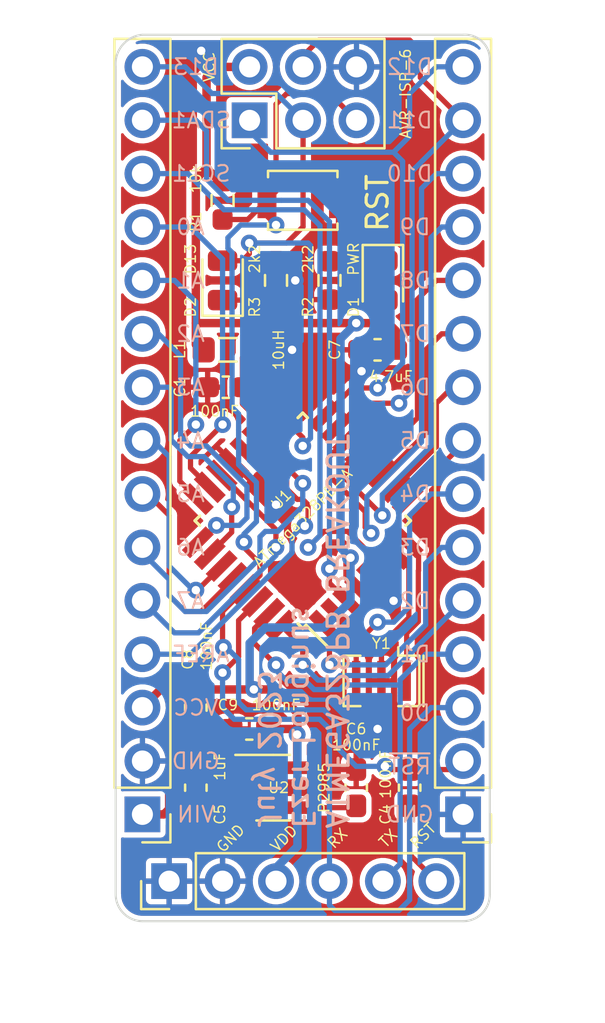
<source format=kicad_pcb>
(kicad_pcb (version 20211014) (generator pcbnew)
  (layers (0 "F.Cu" signal) (31 "B.Cu" signal) (34 "B.Paste" user) (35 "F.Paste" user) (36 "B.SilkS" user "B.Silkscreen") (37 "F.SilkS" user "F.Silkscreen") (38 "B.Mask" user) (39 "F.Mask" user) (44 "Edge.Cuts" user))
  (net 0 "")
  (net 1 "GND")
  (net 2 "VDDA")
  (net 3 "Net-(U1-Pad7)")
  (net 4 "Net-(U1-Pad8)")
  (net 5 "VDD")
  (net 6 "D{slash}R")
  (net 7 "VCC")
  (net 8 "Net-(C6-Pad2)")
  (net 9 "D12")
  (net 10 "D13")
  (net 11 "D11")
  (net 12 "~{RST}")
  (net 13 "AREF")
  (net 14 "A07")
  (net 15 "A06")
  (net 16 "A05")
  (net 17 "A04")
  (net 18 "A03")
  (net 19 "A02")
  (net 20 "A01")
  (net 21 "A00")
  (net 22 "SCL1")
  (net 23 "SDA1")
  (net 24 "D00")
  (net 25 "D01")
  (net 26 "D02")
  (net 27 "D03")
  (net 28 "D04")
  (net 29 "D05")
  (net 30 "D06")
  (net 31 "D07")
  (net 32 "D08")
  (net 33 "D09")
  (net 34 "D10")
  (net 35 "Net-(D1-Pad1)")
  (net 36 "Net-(D2-Pad1)")
  (footprint "Crystal:Resonator_SMD_Murata_CSTxExxV-3Pin_3.0x1.1mm" (layer "F.Cu") (at 109.15 77.47 180)
    (fp_text reference "Y1")
    (fp_text value "16MHz")
  )
  (footprint "Package_QFP:TQFP-32_7x7mm_P0.8mm" (layer "F.Cu") (at 105.41 69.85 135)
    (fp_text reference "U1")
    (fp_text value "ATmega328PB-A")
  )
  (footprint "LED_SMD:LED_0805_2012Metric" (layer "F.Cu") (at 101.6 58.42 90)
    (fp_text reference "D2")
    (fp_text value "D13")
  )
  (footprint "Button_Switch_SMD:SW_SPST_B3U-1000P" (layer "F.Cu") (at 105.41 54.61)
    (fp_text reference "SW1")
    (fp_text value "SW_Push")
  )
  (footprint "Package_TO_SOT_SMD:SOT-23-5" (layer "F.Cu") (at 104.0075 82.55)
    (fp_text reference "U2")
    (fp_text value "LP2985-5.0")
  )
  (footprint "Connector_PinHeader_2.54mm:PinHeader_2x03_P2.54mm_Vertical" (layer "F.Cu") (at 102.885 50.805 90)
    (fp_text reference "J1")
    (fp_text value "AVR-ISP-6")
  )
  (footprint "LED_SMD:LED_0805_2012Metric" (layer "F.Cu") (at 109.22 58.42 -90)
    (fp_text reference "D1")
    (fp_text value "PWR")
  )
  (footprint "Capacitor_SMD:C_0603_1608Metric_Pad1.08x0.95mm_HandSolder" (layer "F.Cu") (at 108.966 61.722)
    (fp_text reference "C7")
    (fp_text value "4.7uF")
  )
  (footprint "Resistor_SMD:R_0603_1608Metric_Pad0.98x0.95mm_HandSolder" (layer "F.Cu") (at 104.14 58.42 90)
    (fp_text reference "R3")
    (fp_text value "2k2")
  )
  (footprint "Capacitor_SMD:C_0603_1608Metric_Pad1.08x0.95mm_HandSolder" (layer "F.Cu") (at 107.95 82.55 -90)
    (fp_text reference "C6")
    (fp_text value "100nF")
  )
  (footprint "Capacitor_SMD:C_0603_1608Metric_Pad1.08x0.95mm_HandSolder" (layer "F.Cu") (at 100.33 78.74 90)
    (fp_text reference "C8")
    (fp_text value "100nF")
  )
  (footprint "Resistor_SMD:R_0603_1608Metric_Pad0.98x0.95mm_HandSolder" (layer "F.Cu") (at 106.68 58.42 -90)
    (fp_text reference "R2")
    (fp_text value "2k2")
  )
  (footprint "Inductor_SMD:L_0805_2012Metric_Pad1.05x1.20mm_HandSolder" (layer "F.Cu") (at 101.854 61.722)
    (fp_text reference "L1")
    (fp_text value "10uH")
  )
  (footprint "Capacitor_SMD:C_0603_1608Metric_Pad1.08x0.95mm_HandSolder" (layer "F.Cu") (at 102.87 79.756)
    (fp_text reference "C9")
    (fp_text value "100nF")
  )
  (footprint "Capacitor_SMD:C_0603_1608Metric_Pad1.08x0.95mm_HandSolder" (layer "F.Cu") (at 100.33 82.55 90)
    (fp_text reference "C5")
    (fp_text value "1uF")
  )
  (footprint "Capacitor_SMD:C_0603_1608Metric_Pad1.08x0.95mm_HandSolder" (layer "F.Cu") (at 110.49 82.55 90)
    (fp_text reference "C4")
    (fp_text value "100nF")
  )
  (footprint "Connector_PinHeader_2.54mm:PinHeader_1x15_P2.54mm_Vertical" (layer "F.Cu") (at 113.03 83.82 180)
    (fp_text reference "J3")
    (fp_text value "Conn_01x15_Male")
  )
  (footprint "Resistor_SMD:R_0603_1608Metric_Pad0.98x0.95mm_HandSolder" (layer "F.Cu") (at 101.6 54.61 -90)
    (fp_text reference "R1")
    (fp_text value "10k")
  )
  (footprint "Connector_PinHeader_2.54mm:PinHeader_1x06_P2.54mm_Vertical" (layer "F.Cu") (at 99.06 86.995 90)
    (fp_text reference "J4")
    (fp_text value "Conn_01x06_Male")
  )
  (footprint "Capacitor_SMD:C_0603_1608Metric_Pad1.08x0.95mm_HandSolder" (layer "F.Cu") (at 101.7535 63.5)
    (fp_text reference "C1")
    (fp_text value "100nF")
  )
  (footprint "Connector_PinHeader_2.54mm:PinHeader_1x15_P2.54mm_Vertical" (layer "F.Cu") (at 97.79 83.82 180)
    (fp_text reference "J2")
    (fp_text value "Conn_01x15_Male")
  )
  (gr_line (start 97.79 46.736) (end 113.03 46.736) (layer "Edge.Cuts") (width 0.1))
  (gr_line (start 114.3 48.006) (end 114.3 87.63) (layer "Edge.Cuts") (width 0.1))
  (gr_line (start 113.03 88.9) (end 97.79 88.9) (layer "Edge.Cuts") (width 0.1))
  (gr_arc (start 97.79 88.9) (mid 96.894577 88.525423) (end 96.52 87.63) (layer "Edge.Cuts") (width 0.1))
  (gr_arc (start 114.3 87.63) (mid 113.930401 88.530401) (end 113.03 88.9) (layer "Edge.Cuts") (width 0.1))
  (gr_line (start 96.52 87.63) (end 96.52 48.26) (layer "Edge.Cuts") (width 0.1))
  (gr_arc (start 113.03 46.736) (mid 113.957835 47.078164) (end 114.3 48.006) (layer "Edge.Cuts") (width 0.1))
  (gr_arc (start 96.52 48.26) (mid 96.835898 47.232083) (end 97.79 46.736) (layer "Edge.Cuts") (width 0.1))
  (gr_text "D3" (at 110.744 71.12) (layer "B.SilkS") (effects (font (size 0.75 0.75) (thickness 0.1)) (justify mirror)))
  (gr_text "D4" (at 110.744 68.58) (layer "B.SilkS") (effects (font (size 0.75 0.75) (thickness 0.1)) (justify mirror)))
  (gr_text "A4" (at 100.076 66.04) (layer "B.SilkS") (effects (font (size 0.75 0.75) (thickness 0.1)) (justify mirror)))
  (gr_text "D6" (at 110.744 63.5) (layer "B.SilkS") (effects (font (size 0.75 0.75) (thickness 0.1)) (justify mirror)))
  (gr_text "A5" (at 100.076 68.58) (layer "B.SilkS") (effects (font (size 0.75 0.75) (thickness 0.1)) (justify mirror)))
  (gr_text "GND" (at 100.33 81.28) (layer "B.SilkS") (effects (font (size 0.75 0.75) (thickness 0.1)) (justify mirror)))
  (gr_text "SCL1" (at 100.584 53.34) (layer "B.SilkS") (effects (font (size 0.75 0.75) (thickness 0.1)) (justify mirror)))
  (gr_text "A6" (at 100.076 71.12) (layer "B.SilkS") (effects (font (size 0.75 0.75) (thickness 0.1)) (justify mirror)))
  (gr_text "~{RST}" (at 110.49 81.534) (layer "B.SilkS") (effects (font (size 0.75 0.75) (thickness 0.1)) (justify mirror)))
  (gr_text "D1" (at 110.744 76.2) (layer "B.SilkS") (effects (font (size 0.75 0.75) (thickness 0.1)) (justify mirror)))
  (gr_text "D7" (at 110.744 60.96) (layer "B.SilkS") (effects (font (size 0.75 0.75) (thickness 0.1)) (justify mirror)))
  (gr_text "D9" (at 110.744 55.88) (layer "B.SilkS") (effects (font (size 0.75 0.75) (thickness 0.1)) (justify mirror)))
  (gr_text "ATMEGA328PB BREAKOUT\nEzer Longinus\nJuly 2023" (at 105.41 84.582 270) (layer "B.SilkS") (effects (font (size 1 1)) (justify left mirror)))
  (gr_text "D5" (at 110.744 66.04) (layer "B.SilkS") (effects (font (size 0.75 0.75) (thickness 0.1)) (justify mirror)))
  (gr_text "D11" (at 110.49 50.8) (layer "B.SilkS") (effects (font (size 0.75 0.75) (thickness 0.1)) (justify mirror)))
  (gr_text "D10" (at 110.49 53.34) (layer "B.SilkS") (effects (font (size 0.75 0.75) (thickness 0.1)) (justify mirror)))
  (gr_text "D0" (at 110.744 78.994) (layer "B.SilkS") (effects (font (size 0.75 0.75) (thickness 0.1)) (justify mirror)))
  (gr_text "SDA1" (at 100.584 50.8) (layer "B.SilkS") (effects (font (size 0.75 0.75) (thickness 0.1)) (justify mirror)))
  (gr_text "A1" (at 100.076 58.42) (layer "B.SilkS") (effects (font (size 0.75 0.75) (thickness 0.1)) (justify mirror)))
  (gr_text "A3" (at 100.076 63.5) (layer "B.SilkS") (effects (font (size 0.75 0.75) (thickness 0.1)) (justify mirror)))
  (gr_text "D12" (at 110.49 48.26) (layer "B.SilkS") (effects (font (size 0.75 0.75) (thickness 0.1)) (justify mirror)))
  (gr_text "A7" (at 100.076 73.66) (layer "B.SilkS") (effects (font (size 0.75 0.75) (thickness 0.1)) (justify mirror)))
  (gr_text "VCC" (at 100.33 78.74) (layer "B.SilkS") (effects (font (size 0.75 0.75) (thickness 0.1)) (justify mirror)))
  (gr_text "D13" (at 100.33 48.26) (layer "B.SilkS") (effects (font (size 0.75 0.75) (thickness 0.1)) (justify mirror)))
  (gr_text "AREF" (at 100.584 76.2) (layer "B.SilkS") (effects (font (size 0.75 0.75) (thickness 0.1)) (justify mirror)))
  (gr_text "GND" (at 110.49 83.82) (layer "B.SilkS") (effects (font (size 0.75 0.75) (thickness 0.1)) (justify mirror)))
  (gr_text "A2" (at 100.076 60.96) (layer "B.SilkS") (effects (font (size 0.75 0.75) (thickness 0.1)) (justify mirror)))
  (gr_text "D2" (at 110.744 73.66) (layer "B.SilkS") (effects (font (size 0.75 0.75) (thickness 0.1)) (justify mirror)))
  (gr_text "A0" (at 100.076 55.88) (layer "B.SilkS") (effects (font (size 0.75 0.75) (thickness 0.1)) (justify mirror)))
  (gr_text "D8" (at 110.744 58.42) (layer "B.SilkS") (effects (font (size 0.75 0.75) (thickness 0.1)) (justify mirror)))
  (gr_text "VIN" (at 100.33 83.82) (layer "B.SilkS") (effects (font (size 0.75 0.75) (thickness 0.1)) (justify mirror)))
  (gr_text "P2985" (at 106.426 82.55 90) (layer "F.SilkS") (effects (font (size 0.5 0.5) (thickness 0.07))))
  (gr_text "RST" (at 111.125 84.836 45) (layer "F.SilkS") (effects (font (size 0.5 0.5) (thickness 0.07))))
  (gr_text "GND" (at 101.981 84.963 45) (layer "F.SilkS") (effects (font (size 0.5 0.5) (thickness 0.07))))
  (gr_text "RST" (at 108.966 54.737 90) (layer "F.SilkS") (effects (font (size 1 1))))
  (gr_text "RX" (at 107.061 84.963 45) (layer "F.SilkS") (effects (font (size 0.5 0.5) (thickness 0.07))))
  (gr_text "VDD" (at 104.521 84.963 45) (layer "F.SilkS") (effects (font (size 0.5 0.5) (thickness 0.07))))
  (gr_text "TX" (at 109.474 84.963 45) (layer "F.SilkS") (effects (font (size 0.5 0.5) (thickness 0.07))))
  (gr_text "VCC" (at 100.965 48.26 90) (layer "F.SilkS") (effects (font (size 0.5 0.5) (thickness 0.07))))
  (segment (start 108.204 61.8225) (end 108.1035 61.722) (width 0.25) (layer "F.Cu") (net 1))
  (segment (start 108.204 62.738) (end 108.204 61.8225) (width 0.25) (layer "F.Cu") (net 1))
  (segment (start 108.1035 61.722) (end 104.902 61.722) (width 0.25) (layer "F.Cu") (net 1))
  (segment (start 108.698047 72.572361) (end 109.474 73.348314) (width 0.25) (layer "F.Cu") (net 1))
  (via (at 108.966 79.756) (size 0.8) (drill 0.4) (layers "F.Cu" "B.Cu") (net 1))
  (via (at 108.204 62.738) (size 0.8) (drill 0.4) (layers "F.Cu" "B.Cu") (net 1))
  (via (at 109.728 73.66) (size 0.8) (drill 0.4) (layers "F.Cu" "B.Cu") (net 1))
  (via (at 104.14 69.088) (size 0.8) (drill 0.4) (layers "F.Cu" "B.Cu") (net 1))
  (via (at 100.584 47.498) (size 0.8) (drill 0.4) (layers "F.Cu" "B.Cu") (net 1))
  (via (at 104.902 61.722) (size 0.8) (drill 0.4) (layers "F.Cu" "B.Cu") (net 1))
  (via (at 105.0555 58.42) (size 0.8) (drill 0.4) (layers "F.Cu" "B.Cu") (net 1))
  (segment (start 105.156 61.468) (end 105.33 61.294) (width 0.25) (layer "B.Cu") (net 1))
  (segment (start 109.728 73.66) (end 108.462653 72.394653) (width 0.25) (layer "B.Cu") (net 1))
  (segment (start 107.73 63.212) (end 108.204 62.738) (width 0.25) (layer "B.Cu") (net 1))
  (segment (start 108.462653 72.394653) (end 108.462653 71.369347) (width 0.25) (layer "B.Cu") (net 1))
  (segment (start 107.73 70.636695) (end 107.73 63.212) (width 0.25) (layer "B.Cu") (net 1))
  (segment (start 105.33 61.294) (end 105.33 60.452) (width 0.25) (layer "B.Cu") (net 1))
  (segment (start 105.33 58.6945) (end 105.0555 58.42) (width 0.25) (layer "B.Cu") (net 1))
  (segment (start 108.462653 71.369347) (end 107.73 70.636695) (width 0.25) (layer "B.Cu") (net 1))
  (segment (start 104.902 61.722) (end 105.156 61.468) (width 0.25) (layer "B.Cu") (net 1))
  (segment (start 105.33 60.452) (end 105.33 58.6945) (width 0.25) (layer "B.Cu") (net 1))
  (segment (start 103.124 64.735573) (end 103.81901 65.430583) (width 0.4) (layer "F.Cu") (net 2))
  (segment (start 103.089573 64.735573) (end 102.616 64.262) (width 0.4) (layer "F.Cu") (net 2))
  (segment (start 102.616 62.11) (end 103.004 61.722) (width 0.4) (layer "F.Cu") (net 2))
  (segment (start 103.124 64.735573) (end 103.089573 64.735573) (width 0.4) (layer "F.Cu") (net 2))
  (segment (start 102.616 63.5) (end 102.616 62.11) (width 0.4) (layer "F.Cu") (net 2))
  (segment (start 102.616 64.262) (end 102.616 63.5) (width 0.4) (layer "F.Cu") (net 2))
  (segment (start 107.95 76.2) (end 108.458 75.692) (width 0.25) (layer "F.Cu") (net 3))
  (segment (start 107.95 77.47) (end 107.95 76.2) (width 0.25) (layer "F.Cu") (net 3))
  (segment (start 108.458 75.692) (end 109.22 75.692) (width 0.25) (layer "F.Cu") (net 3))
  (segment (start 109.22 75.692) (end 110.453 74.459) (width 0.25) (layer "F.Cu") (net 3))
  (segment (start 110.453 72.064573) (end 109.829417 71.44099) (width 0.25) (layer "F.Cu") (net 3))
  (segment (start 110.453 74.459) (end 110.453 72.064573) (width 0.25) (layer "F.Cu") (net 3))
  (segment (start 110.395103 70.875305) (end 110.499305 70.875305) (width 0.25) (layer "F.Cu") (net 4))
  (segment (start 110.499305 70.875305) (end 110.914557 71.290557) (width 0.25) (layer "F.Cu") (net 4))
  (segment (start 110.914557 71.394759) (end 110.395103 70.875305) (width 0.25) (layer "F.Cu") (net 4))
  (segment (start 110.914557 72.219443) (end 110.914557 71.394759) (width 0.25) (layer "F.Cu") (net 4))
  (segment (start 110.35 75.198396) (end 110.35 77.47) (width 0.25) (layer "F.Cu") (net 4))
  (segment (start 110.903 74.645396) (end 110.35 75.198396) (width 0.25) (layer "F.Cu") (net 4))
  (segment (start 110.903 72.231) (end 110.914557 72.219443) (width 0.25) (layer "F.Cu") (net 4))
  (segment (start 110.903 72.231) (end 110.903 74.645396) (width 0.25) (layer "F.Cu") (net 4))
  (segment (start 100.33 60.452) (end 107.95 60.452) (width 0.4) (layer "F.Cu") (net 5))
  (segment (start 108.132361 73.138047) (end 107.537907 72.543593) (width 0.4) (layer "F.Cu") (net 5))
  (segment (start 109.8285 60.8065) (end 109.8285 61.722) (width 0.4) (layer "F.Cu") (net 5))
  (segment (start 103.7325 79.756) (end 104.88 79.756) (width 0.4) (layer "F.Cu") (net 5))
  (segment (start 100.33 53.594) (end 100.838 53.086) (width 0.4) (layer "F.Cu") (net 5))
  (segment (start 100.838 53.086) (end 100.838 48.768) (width 0.4) (layer "F.Cu") (net 5))
  (segment (start 109.474 60.452) (end 109.8285 60.8065) (width 0.4) (layer "F.Cu") (net 5))
  (segment (start 107.537907 72.543593) (end 107.537907 71.753307) (width 0.4) (layer "F.Cu") (net 5))
  (segment (start 107.95 60.452) (end 109.22 60.452) (width 0.4) (layer "F.Cu") (net 5))
  (segment (start 107.537907 71.753307) (end 107.679607 71.611607) (width 0.4) (layer "F.Cu") (net 5))
  (segment (start 104.88 79.756) (end 105.145 80.021) (width 0.4) (layer "F.Cu") (net 5))
  (segment (start 100.704 61.722) (end 100.584 61.722) (width 0.4) (layer "F.Cu") (net 5))
  (segment (start 101.6 53.6975) (end 101.4495 53.6975) (width 0.4) (layer "F.Cu") (net 5))
  (segment (start 98.6525 77.8775) (end 97.79 78.74) (width 0.4) (layer "F.Cu") (net 5))
  (segment (start 101.4495 53.6975) (end 100.838 53.086) (width 0.4) (layer "F.Cu") (net 5))
  (segment (start 105.156 80.01) (end 105.156 78.994) (width 0.4) (layer "F.Cu") (net 5))
  (segment (start 105.156 78.994) (end 104.0395 77.8775) (width 0.4) (layer "F.Cu") (net 5))
  (segment (start 100.838 48.768) (end 101.346 48.26) (width 0.4) (layer "F.Cu") (net 5))
  (segment (start 103.4785 77.8775) (end 100.33 77.8775) (width 0.4) (layer "F.Cu") (net 5))
  (segment (start 100.33 77.8775) (end 98.6525 77.8775) (width 0.4) (layer "F.Cu") (net 5))
  (segment (start 100.584 61.722) (end 100.33 61.468) (width 0.4) (layer "F.Cu") (net 5))
  (segment (start 105.156 80.01) (end 105.145 80.021) (width 0.4) (layer "F.Cu") (net 5))
  (segment (start 101.351 48.265) (end 102.885 48.265) (width 0.4) (layer "F.Cu") (net 5))
  (segment (start 104.0395 77.8775) (end 103.4785 77.8775) (width 0.4) (layer "F.Cu") (net 5))
  (segment (start 100.33 60.452) (end 100.33 53.594) (width 0.4) (layer "F.Cu") (net 5))
  (segment (start 100.33 61.468) (end 100.33 60.452) (width 0.4) (layer "F.Cu") (net 5))
  (segment (start 109.22 60.452) (end 109.474 60.452) (width 0.4) (layer "F.Cu") (net 5))
  (segment (start 101.346 48.26) (end 101.351 48.265) (width 0.4) (layer "F.Cu") (net 5))
  (segment (start 105.145 81.6) (end 105.145 80.021) (width 0.4) (layer "F.Cu") (net 5))
  (segment (start 109.22 59.3575) (end 109.22 60.452) (width 0.4) (layer "F.Cu") (net 5))
  (via (at 107.95 60.452) (size 0.8) (drill 0.4) (layers "F.Cu" "B.Cu") (net 5))
  (via (at 105.145 80.021) (size 0.8) (drill 0.4) (layers "F.Cu" "B.Cu") (net 5))
  (via (at 103.0865 77.8775) (size 0.8) (drill 0.4) (layers "F.Cu" "B.Cu") (net 5))
  (via (at 107.679607 71.611607) (size 0.8) (drill 0.4) (layers "F.Cu" "B.Cu") (net 5))
  (segment (start 107.95 60.452) (end 107.205 61.197) (width 0.4) (layer "B.Cu") (net 5))
  (segment (start 102.887 77.678) (end 103.0865 77.8775) (width 0.4) (layer "B.Cu") (net 5))
  (segment (start 107.679607 71.611607) (end 107.205 71.137) (width 0.4) (layer "B.Cu") (net 5))
  (segment (start 107.205 61.197) (end 107.205 62.23) (width 0.4) (layer "B.Cu") (net 5))
  (segment (start 107.205 62.23) (end 107.205 70.883) (width 0.4) (layer "B.Cu") (net 5))
  (segment (start 107.679607 73.676393) (end 106.426 74.93) (width 0.4) (layer "B.Cu") (net 5))
  (segment (start 107.679607 71.611607) (end 107.679607 73.676393) (width 0.4) (layer "B.Cu") (net 5))
  (segment (start 107.205 71.137) (end 107.205 70.883) (width 0.4) (layer "B.Cu") (net 5))
  (segment (start 103.632 74.93) (end 102.887 75.675) (width 0.4) (layer "B.Cu") (net 5))
  (segment (start 106.426 74.93) (end 103.632 74.93) (width 0.4) (layer "B.Cu") (net 5))
  (segment (start 105.156 85.344) (end 105.156 80.032) (width 0.4) (layer "B.Cu") (net 5))
  (segment (start 104.14 86.36) (end 105.156 85.344) (width 0.4) (layer "B.Cu") (net 5))
  (segment (start 105.156 80.032) (end 105.145 80.021) (width 0.4) (layer "B.Cu") (net 5))
  (segment (start 102.887 75.675) (end 102.887 77.678) (width 0.4) (layer "B.Cu") (net 5))
  (segment (start 104.14 86.995) (end 104.14 86.36) (width 0.4) (layer "B.Cu") (net 5))
  (segment (start 110.49 83.4125) (end 110.49 85.725) (width 0.25) (layer "F.Cu") (net 6))
  (segment (start 110.49 85.725) (end 111.76 86.995) (width 0.25) (layer "F.Cu") (net 6))
  (segment (start 99.06 83.566) (end 99.06 82.296) (width 0.4) (layer "F.Cu") (net 7))
  (segment (start 99.06 82.296) (end 99.6685 81.6875) (width 0.4) (layer "F.Cu") (net 7))
  (segment (start 101.534 83.246) (end 101.788 83.5) (width 0.4) (layer "F.Cu") (net 7))
  (segment (start 101.534 81.6) (end 100.4175 81.6) (width 0.4) (layer "F.Cu") (net 7))
  (segment (start 100.4175 81.6) (end 100.33 81.6875) (width 0.4) (layer "F.Cu") (net 7))
  (segment (start 99.6685 81.6875) (end 100.33 81.6875) (width 0.4) (layer "F.Cu") (net 7))
  (segment (start 102.87 81.6) (end 101.534 81.6) (width 0.4) (layer "F.Cu") (net 7))
  (segment (start 101.788 83.5) (end 102.87 83.5) (width 0.4) (layer "F.Cu") (net 7))
  (segment (start 98.806 83.82) (end 99.06 83.566) (width 0.4) (layer "F.Cu") (net 7))
  (segment (start 97.79 83.82) (end 98.806 83.82) (width 0.4) (layer "F.Cu") (net 7))
  (segment (start 101.534 81.6) (end 101.534 83.246) (width 0.4) (layer "F.Cu") (net 7))
  (segment (start 105.145 83.5) (end 107.8625 83.5) (width 0.25) (layer "F.Cu") (net 8))
  (segment (start 107.8625 83.5) (end 107.95 83.4125) (width 0.25) (layer "F.Cu") (net 8))
  (segment (start 106.435305 64.864897) (end 107.762702 63.5375) (width 0.25) (layer "F.Cu") (net 9))
  (segment (start 107.762702 63.5375) (end 108.966 63.5375) (width 0.25) (layer "F.Cu") (net 9))
  (via (at 108.966 63.5375) (size 0.8) (drill 0.4) (layers "F.Cu" "B.Cu") (net 9))
  (segment (start 109.728 52.324) (end 110.49 51.562) (width 0.25) (layer "B.Cu") (net 9))
  (segment (start 111.76 48.26) (end 113.03 48.26) (width 0.25) (layer "B.Cu") (net 9))
  (segment (start 102.885 50.805) (end 102.885 51.323) (width 0.25) (layer "B.Cu") (net 9))
  (segment (start 103.886 52.324) (end 109.728 52.324) (width 0.25) (layer "B.Cu") (net 9))
  (segment (start 108.966 63.5375) (end 110.156 62.3475) (width 0.25) (layer "B.Cu") (net 9))
  (segment (start 110.49 51.562) (end 110.49 49.53) (width 0.25) (layer "B.Cu") (net 9))
  (segment (start 110.49 49.53) (end 111.76 48.26) (width 0.25) (layer "B.Cu") (net 9))
  (segment (start 110.156 62.3475) (end 110.156 52.752) (width 0.25) (layer "B.Cu") (net 9))
  (segment (start 102.885 51.323) (end 103.886 52.324) (width 0.25) (layer "B.Cu") (net 9))
  (segment (start 110.156 52.752) (end 109.728 52.324) (width 0.25) (layer "B.Cu") (net 9))
  (segment (start 104.648 56.642) (end 105.425 55.865) (width 0.25) (layer "F.Cu") (net 10))
  (segment (start 105.41 66.294) (end 105.41 65.890202) (width 0.25) (layer "F.Cu") (net 10))
  (segment (start 102.87 56.642) (end 104.648 56.642) (width 0.25) (layer "F.Cu") (net 10))
  (segment (start 105.425 55.865) (end 105.425 50.805) (width 0.25) (layer "F.Cu") (net 10))
  (segment (start 101.6 57.4825) (end 102.5375 57.4825) (width 0.25) (layer "F.Cu") (net 10))
  (segment (start 102.87 57.15) (end 102.87 56.642) (width 0.25) (layer "F.Cu") (net 10))
  (segment (start 102.5375 57.4825) (end 102.87 57.15) (width 0.25) (layer "F.Cu") (net 10))
  (segment (start 105.41 65.890202) (end 104.384695 64.864897) (width 0.25) (layer "F.Cu") (net 10))
  (via (at 102.87 56.642) (size 0.8) (drill 0.4) (layers "F.Cu" "B.Cu") (net 10))
  (via (at 105.41 66.294) (size 0.8) (drill 0.4) (layers "F.Cu" "B.Cu") (net 10))
  (segment (start 104.15 49.53) (end 105.425 50.805) (width 0.25) (layer "B.Cu") (net 10))
  (segment (start 105.78 65.924) (end 105.41 66.294) (width 0.25) (layer "B.Cu") (net 10))
  (segment (start 102.87 56.642) (end 105.664 56.642) (width 0.25) (layer "B.Cu") (net 10))
  (segment (start 105.78 56.758) (end 105.78 63.246) (width 0.25) (layer "B.Cu") (net 10))
  (segment (start 97.79 48.26) (end 99.822 48.26) (width 0.25) (layer "B.Cu") (net 10))
  (segment (start 105.78 63.246) (end 105.78 65.924) (width 0.25) (layer "B.Cu") (net 10))
  (segment (start 101.092 49.53) (end 104.15 49.53) (width 0.25) (layer "B.Cu") (net 10))
  (segment (start 105.664 56.642) (end 105.78 56.758) (width 0.25) (layer "B.Cu") (net 10))
  (segment (start 99.822 48.26) (end 101.092 49.53) (width 0.25) (layer "B.Cu") (net 10))
  (segment (start 107.00099 65.430583) (end 108.169573 64.262) (width 0.25) (layer "F.Cu") (net 11))
  (segment (start 108.169573 64.262) (end 109.982 64.262) (width 0.25) (layer "F.Cu") (net 11))
  (segment (start 110.998 47.498) (end 110.998 48.768) (width 0.25) (layer "F.Cu") (net 11))
  (segment (start 110.998 48.768) (end 113.03 50.8) (width 0.25) (layer "F.Cu") (net 11))
  (segment (start 105.425 47.737) (end 106.172 46.99) (width 0.25) (layer "F.Cu") (net 11))
  (segment (start 110.49 46.99) (end 110.998 47.498) (width 0.25) (layer "F.Cu") (net 11))
  (segment (start 105.425 48.265) (end 105.425 47.737) (width 0.25) (layer "F.Cu") (net 11))
  (segment (start 106.172 46.99) (end 110.49 46.99) (width 0.25) (layer "F.Cu") (net 11))
  (via (at 109.982 64.262) (size 0.8) (drill 0.4) (layers "F.Cu" "B.Cu") (net 11))
  (segment (start 110.606 53.224) (end 110.606 60.452) (width 0.25) (layer "B.Cu") (net 11))
  (segment (start 109.982 64.262) (end 110.606 63.638) (width 0.25) (layer "B.Cu") (net 11))
  (segment (start 110.606 60.452) (end 110.606 63.362) (width 0.25) (layer "B.Cu") (net 11))
  (segment (start 110.606 63.638) (end 110.606 63.362) (width 0.25) (layer "B.Cu") (net 11))
  (segment (start 113.03 50.8) (end 110.606 53.224) (width 0.25) (layer "B.Cu") (net 11))
  (segment (start 109.469 81.6875) (end 109.3155 81.534) (width 0.25) (layer "F.Cu") (net 12))
  (segment (start 102.616 71.12) (end 103.378 71.882) (width 0.25) (layer "F.Cu") (net 12))
  (segment (start 110.49 81.6875) (end 109.469 81.6875) (width 0.25) (layer "F.Cu") (net 12))
  (segment (start 104.648 49.53) (end 104.14 50.038) (width 0.25) (layer "F.Cu") (net 12))
  (segment (start 101.6 74.168) (end 102.629953 73.138047) (width 0.25) (layer "F.Cu") (net 12))
  (segment (start 112.6225 81.6875) (end 113.03 81.28) (width 0.25) (layer "F.Cu") (net 12))
  (segment (start 102.616 70.866) (end 102.616 71.12) (width 0.25) (layer "F.Cu") (net 12))
  (segment (start 103.378 72.447686) (end 102.687639 73.138047) (width 0.25) (layer "F.Cu") (net 12))
  (segment (start 104.14 54.18) (end 103.71 54.61) (width 0.25) (layer "F.Cu") (net 12))
  (segment (start 103.71 55.3545) (end 104.14 55.7845) (width 0.25) (layer "F.Cu") (net 12))
  (segment (start 106.69 49.53) (end 104.648 49.53) (width 0.25) (layer "F.Cu") (net 12))
  (segment (start 104.14 50.038) (end 104.14 54.18) (width 0.25) (layer "F.Cu") (net 12))
  (segment (start 102.629953 73.138047) (end 102.687639 73.138047) (width 0.25) (layer "F.Cu") (net 12))
  (segment (start 103.378 71.882) (end 103.378 72.447686) (width 0.25) (layer "F.Cu") (net 12))
  (segment (start 107.965 50.805) (end 106.69 49.53) (width 0.25) (layer "F.Cu") (net 12))
  (segment (start 102.7975 55.5225) (end 103.71 54.61) (width 0.25) (layer "F.Cu") (net 12))
  (segment (start 103.71 54.61) (end 103.71 55.3545) (width 0.25) (layer "F.Cu") (net 12))
  (segment (start 101.6 75.835201) (end 101.6 74.168) (width 0.25) (layer "F.Cu") (net 12))
  (segment (start 101.6375 75.872701) (end 101.6 75.835201) (width 0.25) (layer "F.Cu") (net 12))
  (segment (start 101.6 55.5225) (end 102.7975 55.5225) (width 0.25) (layer "F.Cu") (net 12))
  (segment (start 110.49 81.6875) (end 112.6225 81.6875) (width 0.25) (layer "F.Cu") (net 12))
  (via (at 109.3155 81.534) (size 0.8) (drill 0.4) (layers "F.Cu" "B.Cu") (net 12))
  (via (at 101.6375 75.872701) (size 0.8) (drill 0.4) (layers "F.Cu" "B.Cu") (net 12))
  (via (at 102.616 70.866) (size 0.8) (drill 0.4) (layers "F.Cu" "B.Cu") (net 12))
  (via (at 104.14 55.7845) (size 0.8) (drill 0.4) (layers "F.Cu" "B.Cu") (net 12))
  (segment (start 102.680198 67.499802) (end 103.208566 68.02817) (width 0.25) (layer "B.Cu") (net 12))
  (segment (start 102.616 70.486396) (end 102.616 70.866) (width 0.25) (layer "B.Cu") (net 12))
  (segment (start 104.14 55.7845) (end 102.4575 55.7845) (width 0.25) (layer "B.Cu") (net 12))
  (segment (start 102.362 67.056) (end 102.362 67.181604) (width 0.25) (layer "B.Cu") (net 12))
  (segment (start 107.13 80.714) (end 107.13 79.569604) (width 0.25) (layer "B.Cu") (net 12))
  (segment (start 101.854 56.896) (end 102.05 57.092) (width 0.25) (layer "B.Cu") (net 12))
  (segment (start 102.362 67.181604) (end 102.680198 67.499802) (width 0.25) (layer "B.Cu") (net 12))
  (segment (start 107.95 81.534) (end 107.13 80.714) (width 0.25) (layer "B.Cu") (net 12))
  (segment (start 103.208566 69.89383) (end 102.680198 70.422198) (width 0.25) (layer "B.Cu") (net 12))
  (segment (start 102.362 76.454) (end 101.780701 75.872701) (width 0.25) (layer "B.Cu") (net 12))
  (segment (start 103.208566 68.02817) (end 103.208566 69.89383) (width 0.25) (layer "B.Cu") (net 12))
  (segment (start 102.05 63.5) (end 102.05 64.458) (width 0.25) (layer "B.Cu") (net 12))
  (segment (start 109.3155 81.534) (end 107.95 81.534) (width 0.25) (layer "B.Cu") (net 12))
  (segment (start 102.722 78.846) (end 102.362 78.486) (width 0.25) (layer "B.Cu") (net 12))
  (segment (start 102.05 64.458) (end 102.362 64.77) (width 0.25) (layer "B.Cu") (net 12))
  (segment (start 107.13 79.569604) (end 106.406396 78.846) (width 0.25) (layer "B.Cu") (net 12))
  (segment (start 101.854 56.388) (end 101.854 56.896) (width 0.25) (layer "B.Cu") (net 12))
  (segment (start 102.362 78.486) (end 102.362 76.454) (width 0.25) (layer "B.Cu") (net 12))
  (segment (start 106.406396 78.846) (end 102.722 78.846) (width 0.25) (layer "B.Cu") (net 12))
  (segment (start 101.780701 75.872701) (end 101.6375 75.872701) (width 0.25) (layer "B.Cu") (net 12))
  (segment (start 102.362 65.532) (end 102.362 67.056) (width 0.25) (layer "B.Cu") (net 12))
  (segment (start 102.680198 70.422198) (end 102.616 70.486396) (width 0.25) (layer "B.Cu") (net 12))
  (segment (start 102.05 57.092) (end 102.05 63.5) (width 0.25) (layer "B.Cu") (net 12))
  (segment (start 102.362 64.77) (end 102.362 65.532) (width 0.25) (layer "B.Cu") (net 12))
  (segment (start 102.4575 55.7845) (end 101.854 56.388) (width 0.25) (layer "B.Cu") (net 12))
  (segment (start 104.329802 67.628198) (end 103.821802 67.120198) (width 0.25) (layer "F.Cu") (net 13))
  (segment (start 104.648 67.946396) (end 104.329802 67.628198) (width 0.25) (layer "F.Cu") (net 13))
  (segment (start 103.821802 67.120198) (end 103.245884 67.120198) (width 0.25) (layer "F.Cu") (net 13))
  (segment (start 105.41 68.834) (end 105.146695 68.834) (width 0.25) (layer "F.Cu") (net 13))
  (segment (start 105.664 69.941201) (end 105.664 69.088) (width 0.25) (layer "F.Cu") (net 13))
  (segment (start 105.146695 68.834) (end 104.648 68.335305) (width 0.25) (layer "F.Cu") (net 13))
  (segment (start 105.5055 70.099701) (end 105.664 69.941201) (width 0.25) (layer "F.Cu") (net 13))
  (segment (start 103.245884 67.120198) (end 102.687639 66.561953) (width 0.25) (layer "F.Cu") (net 13))
  (segment (start 104.648 68.335305) (end 104.648 67.946396) (width 0.25) (layer "F.Cu") (net 13))
  (segment (start 105.664 69.088) (end 105.41 68.834) (width 0.25) (layer "F.Cu") (net 13))
  (via (at 105.5055 70.099701) (size 0.8) (drill 0.4) (layers "F.Cu" "B.Cu") (net 13))
  (segment (start 104.902 70.612) (end 105.414299 70.099701) (width 0.25) (layer "B.Cu") (net 13))
  (segment (start 97.79 76.2) (end 100.076 76.2) (width 0.25) (layer "B.Cu") (net 13))
  (segment (start 100.076 76.2) (end 104.902 71.374) (width 0.25) (layer "B.Cu") (net 13))
  (segment (start 105.414299 70.099701) (end 105.5055 70.099701) (width 0.25) (layer "B.Cu") (net 13))
  (segment (start 104.902 71.374) (end 104.902 70.612) (width 0.25) (layer "B.Cu") (net 13))
  (segment (start 104.135701 70.272757) (end 101.556268 67.693324) (width 0.25) (layer "F.Cu") (net 14))
  (segment (start 104.135701 71.115701) (end 104.135701 70.272757) (width 0.25) (layer "F.Cu") (net 14))
  (via (at 104.135701 71.115701) (size 0.8) (drill 0.4) (layers "F.Cu" "B.Cu") (net 14))
  (segment (start 100.455604 75.184) (end 104.135701 71.503903) (width 0.25) (layer "B.Cu") (net 14))
  (segment (start 97.79 73.66) (end 99.314 75.184) (width 0.25) (layer "B.Cu") (net 14))
  (segment (start 104.135701 71.503903) (end 104.135701 71.115701) (width 0.25) (layer "B.Cu") (net 14))
  (segment (start 99.314 75.184) (end 100.455604 75.184) (width 0.25) (layer "B.Cu") (net 14))
  (segment (start 103.334268 65.996268) (end 105.41 68.072) (width 0.25) (layer "F.Cu") (net 15))
  (segment (start 103.253324 65.996268) (end 103.334268 65.996268) (width 0.25) (layer "F.Cu") (net 15))
  (via (at 105.41 68.072) (size 0.8) (drill 0.4) (layers "F.Cu" "B.Cu") (net 15))
  (segment (start 103.632 70.358) (end 103.378 70.612) (width 0.25) (layer "B.Cu") (net 15))
  (segment (start 99.822 74.168) (end 99.06 73.406) (width 0.25) (layer "B.Cu") (net 15))
  (segment (start 97.79 71.374) (end 97.79 71.12) (width 0.25) (layer "B.Cu") (net 15))
  (segment (start 99.06 73.406) (end 99.06 72.644) (width 0.25) (layer "B.Cu") (net 15))
  (segment (start 104.221896 70.358) (end 103.632 70.358) (width 0.25) (layer "B.Cu") (net 15))
  (segment (start 99.06 72.644) (end 97.79 71.374) (width 0.25) (layer "B.Cu") (net 15))
  (segment (start 105.41 68.072) (end 105.41 69.169896) (width 0.25) (layer "B.Cu") (net 15))
  (segment (start 100.835208 74.168) (end 99.822 74.168) (width 0.25) (layer "B.Cu") (net 15))
  (segment (start 103.378 71.625208) (end 100.835208 74.168) (width 0.25) (layer "B.Cu") (net 15))
  (segment (start 103.378 70.612) (end 103.378 71.625208) (width 0.25) (layer "B.Cu") (net 15))
  (segment (start 105.41 69.169896) (end 104.221896 70.358) (width 0.25) (layer "B.Cu") (net 15))
  (segment (start 99.06 69.596) (end 98.044 68.58) (width 0.25) (layer "F.Cu") (net 16))
  (segment (start 102.121953 72.630047) (end 100.584 74.168) (width 0.25) (layer "F.Cu") (net 16))
  (segment (start 99.06 73.406) (end 99.06 69.596) (width 0.25) (layer "F.Cu") (net 16))
  (segment (start 100.584 74.168) (end 99.822 74.168) (width 0.25) (layer "F.Cu") (net 16))
  (segment (start 99.822 74.168) (end 99.06 73.406) (width 0.25) (layer "F.Cu") (net 16))
  (segment (start 98.044 68.58) (end 97.79 68.58) (width 0.25) (layer "F.Cu") (net 16))
  (segment (start 102.121953 72.572361) (end 102.121953 72.630047) (width 0.25) (layer "F.Cu") (net 16))
  (segment (start 100.33 73.152) (end 100.410944 73.152) (width 0.25) (layer "F.Cu") (net 17))
  (segment (start 100.410944 73.152) (end 101.556268 72.006676) (width 0.25) (layer "F.Cu") (net 17))
  (via (at 100.33 73.152) (size 0.8) (drill 0.4) (layers "F.Cu" "B.Cu") (net 17))
  (segment (start 98.298 66.04) (end 99.06 66.802) (width 0.25) (layer "B.Cu") (net 17))
  (segment (start 100.204396 73.152) (end 100.33 73.152) (width 0.25) (layer "B.Cu") (net 17))
  (segment (start 97.79 66.04) (end 98.298 66.04) (width 0.25) (layer "B.Cu") (net 17))
  (segment (start 99.06 72.007604) (end 100.204396 73.152) (width 0.25) (layer "B.Cu") (net 17))
  (segment (start 99.06 66.802) (end 99.06 71.882) (width 0.25) (layer "B.Cu") (net 17))
  (segment (start 99.06 71.882) (end 99.06 72.007604) (width 0.25) (layer "B.Cu") (net 17))
  (segment (start 102.033566 70.398007) (end 102.033566 69.195221) (width 0.25) (layer "F.Cu") (net 18))
  (segment (start 100.990583 71.44099) (end 102.033566 70.398007) (width 0.25) (layer "F.Cu") (net 18))
  (via (at 102.033566 69.195221) (size 0.8) (drill 0.4) (layers "F.Cu" "B.Cu") (net 18))
  (segment (start 99.06 63.5) (end 97.79 63.5) (width 0.25) (layer "B.Cu") (net 18))
  (segment (start 99.947604 66.802) (end 99.155 66.009396) (width 0.25) (layer "B.Cu") (net 18))
  (segment (start 99.155 63.595) (end 99.06 63.5) (width 0.25) (layer "B.Cu") (net 18))
  (segment (start 99.155 66.009396) (end 99.155 63.595) (width 0.25) (layer "B.Cu") (net 18))
  (segment (start 102.033566 69.195221) (end 102.108 69.120787) (width 0.25) (layer "B.Cu") (net 18))
  (segment (start 100.709604 66.802) (end 99.947604 66.802) (width 0.25) (layer "B.Cu") (net 18))
  (segment (start 102.108 69.120787) (end 102.108 68.200396) (width 0.25) (layer "B.Cu") (net 18))
  (segment (start 102.108 68.200396) (end 100.709604 66.802) (width 0.25) (layer "B.Cu") (net 18))
  (segment (start 100.505343 70.875305) (end 101.309066 70.071582) (width 0.25) (layer "F.Cu") (net 19))
  (via (at 101.309066 70.071582) (size 0.8) (drill 0.4) (layers "F.Cu" "B.Cu") (net 19))
  (segment (start 98.552 60.96) (end 99.605 62.013) (width 0.25) (layer "B.Cu") (net 19))
  (segment (start 100.838 66.294) (end 102.525173 67.981173) (width 0.25) (layer "B.Cu") (net 19))
  (segment (start 102.394418 70.071582) (end 102.758566 69.707434) (width 0.25) (layer "B.Cu") (net 19))
  (segment (start 100.076 66.294) (end 100.838 66.294) (width 0.25) (layer "B.Cu") (net 19))
  (segment (start 99.605 65.823) (end 100.076 66.294) (width 0.25) (layer "B.Cu") (net 19))
  (segment (start 102.758566 69.707434) (end 102.758566 68.214566) (width 0.25) (layer "B.Cu") (net 19))
  (segment (start 97.79 60.96) (end 98.552 60.96) (width 0.25) (layer "B.Cu") (net 19))
  (segment (start 99.605 62.013) (end 99.605 65.823) (width 0.25) (layer "B.Cu") (net 19))
  (segment (start 101.309066 70.071582) (end 102.394418 70.071582) (width 0.25) (layer "B.Cu") (net 19))
  (segment (start 102.758566 68.214566) (end 102.489 67.945) (width 0.25) (layer "B.Cu") (net 19))
  (segment (start 99.568 67.967798) (end 100.424897 68.824695) (width 0.25) (layer "F.Cu") (net 20))
  (segment (start 99.568 66.04) (end 99.568 67.967798) (width 0.25) (layer "F.Cu") (net 20))
  (segment (start 100.33 65.278) (end 99.568 66.04) (width 0.25) (layer "F.Cu") (net 20))
  (via (at 100.33 65.278) (size 0.8) (drill 0.4) (layers "F.Cu" "B.Cu") (net 20))
  (segment (start 99.822 58.928) (end 100.33 59.436) (width 0.25) (layer "B.Cu") (net 20))
  (segment (start 97.79 58.42) (end 99.314 58.42) (width 0.25) (layer "B.Cu") (net 20))
  (segment (start 100.33 59.436) (end 100.33 65.278) (width 0.25) (layer "B.Cu") (net 20))
  (segment (start 99.314 58.42) (end 99.822 58.928) (width 0.25) (layer "B.Cu") (net 20))
  (segment (start 100.076 67.344427) (end 100.076 66.802) (width 0.25) (layer "F.Cu") (net 21))
  (segment (start 100.076 66.802) (end 101.6 65.278) (width 0.25) (layer "F.Cu") (net 21))
  (segment (start 100.990583 68.25901) (end 100.076 67.344427) (width 0.25) (layer "F.Cu") (net 21))
  (via (at 101.6 65.278) (size 0.8) (drill 0.4) (layers "F.Cu" "B.Cu") (net 21))
  (segment (start 101.6 65.278) (end 101.6 57.404) (width 0.25) (layer "B.Cu") (net 21))
  (segment (start 101.6 57.404) (end 100.076 55.88) (width 0.25) (layer "B.Cu") (net 21))
  (segment (start 100.076 55.88) (end 97.79 55.88) (width 0.25) (layer "B.Cu") (net 21))
  (segment (start 105.664 71.12) (end 106.426 70.358) (width 0.25) (layer "F.Cu") (net 22))
  (segment (start 107.546249 70.358) (end 109.194925 72.006676) (width 0.25) (layer "F.Cu") (net 22))
  (segment (start 106.426 70.358) (end 107.546249 70.358) (width 0.25) (layer "F.Cu") (net 22))
  (segment (start 109.194925 72.006676) (end 109.263732 72.006676) (width 0.25) (layer "F.Cu") (net 22))
  (via (at 105.664 71.12) (size 0.8) (drill 0.4) (layers "F.Cu" "B.Cu") (net 22))
  (segment (start 103.124 55.06) (end 105.477604 55.06) (width 0.25) (layer "B.Cu") (net 22))
  (segment (start 105.477604 55.06) (end 106.23 55.812396) (width 0.25) (layer "B.Cu") (net 22))
  (segment (start 97.79 53.34) (end 99.314 53.34) (width 0.25) (layer "B.Cu") (net 22))
  (segment (start 101.667604 55.06) (end 103.124 55.06) (width 0.25) (layer "B.Cu") (net 22))
  (segment (start 99.314 53.34) (end 99.947604 53.34) (width 0.25) (layer "B.Cu") (net 22))
  (segment (start 99.947604 53.34) (end 101.667604 55.06) (width 0.25) (layer "B.Cu") (net 22))
  (segment (start 106.23 55.812396) (end 106.23 70.554) (width 0.25) (layer "B.Cu") (net 22))
  (segment (start 106.23 70.554) (end 105.664 71.12) (width 0.25) (layer "B.Cu") (net 22))
  (segment (start 106.68 72.136) (end 106.68 72.817056) (width 0.25) (layer "F.Cu") (net 23))
  (segment (start 106.68 72.817056) (end 107.566676 73.703732) (width 0.25) (layer "F.Cu") (net 23))
  (via (at 106.68 72.136) (size 0.8) (drill 0.4) (layers "F.Cu" "B.Cu") (net 23))
  (segment (start 105.664 54.61) (end 106.68 55.626) (width 0.25) (layer "B.Cu") (net 23))
  (segment (start 100.33 50.8) (end 100.838 51.308) (width 0.25) (layer "B.Cu") (net 23))
  (segment (start 97.79 50.8) (end 100.33 50.8) (width 0.25) (layer "B.Cu") (net 23))
  (segment (start 100.838 51.308) (end 100.838 53.594) (width 0.25) (layer "B.Cu") (net 23))
  (segment (start 104.394 54.61) (end 105.664 54.61) (width 0.25) (layer "B.Cu") (net 23))
  (segment (start 101.854 54.61) (end 104.394 54.61) (width 0.25) (layer "B.Cu") (net 23))
  (segment (start 106.68 55.626) (end 106.68 72.136) (width 0.25) (layer "B.Cu") (net 23))
  (segment (start 101.6 54.356) (end 101.854 54.61) (width 0.25) (layer "B.Cu") (net 23))
  (segment (start 100.838 53.594) (end 101.6 54.356) (width 0.25) (layer "B.Cu") (net 23))
  (segment (start 102.362 74.595056) (end 103.253324 73.703732) (width 0.25) (layer "F.Cu") (net 24))
  (segment (start 101.6 77.078) (end 102.362 76.316) (width 0.25) (layer "F.Cu") (net 24))
  (segment (start 102.362 76.316) (end 102.362 74.595056) (width 0.25) (layer "F.Cu") (net 24))
  (via (at 101.6 77.078) (size 0.8) (drill 0.4) (layers "F.Cu" "B.Cu") (net 24))
  (segment (start 113.03 78.74) (end 111.506 78.74) (width 0.25) (layer "B.Cu") (net 24))
  (segment (start 111.506 78.74) (end 110.49 79.756) (width 0.25) (layer "B.Cu") (net 24))
  (segment (start 102.156 79.296) (end 101.6 78.74) (width 0.25) (layer "B.Cu") (net 24))
  (segment (start 110.49 87.884) (end 109.982 88.392) (width 0.25) (layer "B.Cu") (net 24))
  (segment (start 106.934 88.392) (end 106.68 88.138) (width 0.25) (layer "B.Cu") (net 24))
  (segment (start 109.982 88.392) (end 106.934 88.392) (width 0.25) (layer "B.Cu") (net 24))
  (segment (start 106.68 88.138) (end 106.68 86.995) (width 0.25) (layer "B.Cu") (net 24))
  (segment (start 106.22 79.296) (end 102.156 79.296) (width 0.25) (layer "B.Cu") (net 24))
  (segment (start 106.68 86.995) (end 106.68 79.756) (width 0.25) (layer "B.Cu") (net 24))
  (segment (start 106.68 79.756) (end 106.22 79.296) (width 0.25) (layer "B.Cu") (net 24))
  (segment (start 110.49 79.756) (end 110.49 87.884) (width 0.25) (layer "B.Cu") (net 24))
  (segment (start 101.6 78.74) (end 101.6 77.078) (width 0.25) (layer "B.Cu") (net 24))
  (segment (start 103.158427 74.93) (end 103.124 74.964427) (width 0.25) (layer "F.Cu") (net 25))
  (segment (start 103.124 74.964427) (end 103.124 75.692) (width 0.25) (layer "F.Cu") (net 25))
  (segment (start 103.81901 74.269417) (end 103.158427 74.93) (width 0.25) (layer "F.Cu") (net 25))
  (segment (start 103.124 75.692) (end 104.14 76.708) (width 0.25) (layer "F.Cu") (net 25))
  (via (at 104.14 76.708) (size 0.8) (drill 0.4) (layers "F.Cu" "B.Cu") (net 25))
  (segment (start 110.04 78.036) (end 110.04 77.666) (width 0.25) (layer "B.Cu") (net 25))
  (segment (start 110.04 78.174) (end 110.04 78.036) (width 0.25) (layer "B.Cu") (net 25))
  (segment (start 110.04 77.412) (end 111.252 76.2) (width 0.25) (layer "B.Cu") (net 25))
  (segment (start 110.04 77.666) (end 110.04 77.412) (width 0.25) (layer "B.Cu") (net 25))
  (segment (start 107.166701 77.883) (end 107.383701 77.666) (width 0.25) (layer "B.Cu") (net 25))
  (segment (start 111.252 76.2) (end 113.03 76.2) (width 0.25) (layer "B.Cu") (net 25))
  (segment (start 105.535604 77.47) (end 105.948604 77.883) (width 0.25) (layer "B.Cu") (net 25))
  (segment (start 104.648 77.47) (end 105.535604 77.47) (width 0.25) (layer "B.Cu") (net 25))
  (segment (start 104.14 76.708) (end 104.14 76.962) (width 0.25) (layer "B.Cu") (net 25))
  (segment (start 107.383701 77.666) (end 110.04 77.666) (width 0.25) (layer "B.Cu") (net 25))
  (segment (start 105.948604 77.883) (end 107.166701 77.883) (width 0.25) (layer "B.Cu") (net 25))
  (segment (start 110.04 86.175) (end 110.04 78.174) (width 0.25) (layer "B.Cu") (net 25))
  (segment (start 109.22 86.995) (end 110.04 86.175) (width 0.25) (layer "B.Cu") (net 25))
  (segment (start 104.14 76.962) (end 104.648 77.47) (width 0.25) (layer "B.Cu") (net 25))
  (segment (start 105.41 75.860408) (end 104.384695 74.835103) (width 0.25) (layer "F.Cu") (net 26))
  (segment (start 105.41 76.708) (end 105.41 75.860408) (width 0.25) (layer "F.Cu") (net 26))
  (via (at 105.41 76.708) (size 0.8) (drill 0.4) (layers "F.Cu" "B.Cu") (net 26))
  (segment (start 105.41 76.708) (end 106.135 77.433) (width 0.25) (layer "B.Cu") (net 26))
  (segment (start 106.980305 77.433) (end 107.197305 77.216) (width 0.25) (layer "B.Cu") (net 26))
  (segment (start 106.135 77.433) (end 106.980305 77.433) (width 0.25) (layer "B.Cu") (net 26))
  (segment (start 109.474 77.216) (end 113.03 73.66) (width 0.25) (layer "B.Cu") (net 26))
  (segment (start 107.197305 77.216) (end 109.474 77.216) (width 0.25) (layer "B.Cu") (net 26))
  (segment (start 106.68 75.079798) (end 106.435305 74.835103) (width 0.25) (layer "F.Cu") (net 27))
  (segment (start 106.68 76.708) (end 106.68 75.079798) (width 0.25) (layer "F.Cu") (net 27))
  (via (at 106.68 76.708) (size 0.8) (drill 0.4) (layers "F.Cu" "B.Cu") (net 27))
  (segment (start 112.014 71.12) (end 111.252 71.882) (width 0.25) (layer "B.Cu") (net 27))
  (segment (start 109.345604 76.708) (end 106.68 76.708) (width 0.25) (layer "B.Cu") (net 27))
  (segment (start 111.252 74.801604) (end 109.345604 76.708) (width 0.25) (layer "B.Cu") (net 27))
  (segment (start 113.03 71.12) (end 112.014 71.12) (width 0.25) (layer "B.Cu") (net 27))
  (segment (start 111.252 71.882) (end 111.252 74.801604) (width 0.25) (layer "B.Cu") (net 27))
  (segment (start 107.915573 75.184) (end 108.458 75.184) (width 0.25) (layer "F.Cu") (net 28))
  (segment (start 108.458 75.184) (end 108.966 74.676) (width 0.25) (layer "F.Cu") (net 28))
  (segment (start 107.915573 75.184) (end 107.00099 74.269417) (width 0.25) (layer "F.Cu") (net 28))
  (via (at 108.966 74.676) (size 0.8) (drill 0.4) (layers "F.Cu" "B.Cu") (net 28))
  (segment (start 109.737305 74.676) (end 110.49 73.923305) (width 0.25) (layer "B.Cu") (net 28))
  (segment (start 113.03 68.58) (end 112.268 68.58) (width 0.25) (layer "B.Cu") (net 28))
  (segment (start 112.268 68.58) (end 111.506 68.58) (width 0.25) (layer "B.Cu") (net 28))
  (segment (start 108.966 74.676) (end 109.737305 74.676) (width 0.25) (layer "B.Cu") (net 28))
  (segment (start 110.49 73.923305) (end 110.49 69.596) (width 0.25) (layer "B.Cu") (net 28))
  (segment (start 111.506 68.58) (end 110.49 69.596) (width 0.25) (layer "B.Cu") (net 28))
  (segment (start 110.395103 68.824695) (end 113.03 66.189798) (width 0.25) (layer "F.Cu") (net 29))
  (segment (start 113.03 66.189798) (end 113.03 66.04) (width 0.25) (layer "F.Cu") (net 29))
  (segment (start 111.76 66.328427) (end 109.829417 68.25901) (width 0.25) (layer "F.Cu") (net 30))
  (segment (start 113.03 63.5) (end 112.522 63.5) (width 0.25) (layer "F.Cu") (net 30))
  (segment (start 112.522 63.5) (end 111.76 64.262) (width 0.25) (layer "F.Cu") (net 30))
  (segment (start 111.76 64.262) (end 111.76 66.328427) (width 0.25) (layer "F.Cu") (net 30))
  (segment (start 112.014 60.96) (end 113.03 60.96) (width 0.25) (layer "F.Cu") (net 31))
  (segment (start 111.31 65.647056) (end 111.31 61.664) (width 0.25) (layer "F.Cu") (net 31))
  (segment (start 111.31 61.664) (end 112.014 60.96) (width 0.25) (layer "F.Cu") (net 31))
  (segment (start 109.263732 67.693324) (end 111.31 65.647056) (width 0.25) (layer "F.Cu") (net 31))
  (segment (start 111.76 58.42) (end 113.03 58.42) (width 0.25) (layer "F.Cu") (net 32))
  (segment (start 108.698047 67.127639) (end 110.86 64.965686) (width 0.25) (layer "F.Cu") (net 32))
  (segment (start 110.86 64.965686) (end 110.86 59.32) (width 0.25) (layer "F.Cu") (net 32))
  (segment (start 110.86 59.32) (end 111.76 58.42) (width 0.25) (layer "F.Cu") (net 32))
  (segment (start 107.442 67.564) (end 107.442 67.252314) (width 0.25) (layer "F.Cu") (net 33))
  (segment (start 107.442 67.849789) (end 107.442 67.564) (width 0.25) (layer "F.Cu") (net 33))
  (segment (start 109.191018 69.598807) (end 107.442 67.849789) (width 0.25) (layer "F.Cu") (net 33))
  (segment (start 107.442 67.252314) (end 108.132361 66.561953) (width 0.25) (layer "F.Cu") (net 33))
  (via (at 109.191018 69.598807) (size 0.8) (drill 0.4) (layers "F.Cu" "B.Cu") (net 33))
  (segment (start 111.506 66.294) (end 109.191018 68.608982) (width 0.25) (layer "B.Cu") (net 33))
  (segment (start 111.506 56.388) (end 111.506 58.674) (width 0.25) (layer "B.Cu") (net 33))
  (segment (start 109.191018 68.608982) (end 109.191018 69.598807) (width 0.25) (layer "B.Cu") (net 33))
  (segment (start 112.014 55.88) (end 111.506 56.388) (width 0.25) (layer "B.Cu") (net 33))
  (segment (start 113.03 55.88) (end 112.014 55.88) (width 0.25) (layer "B.Cu") (net 33))
  (segment (start 111.506 58.674) (end 111.506 66.294) (width 0.25) (layer "B.Cu") (net 33))
  (segment (start 107.485732 65.996268) (end 106.68 66.802) (width 0.25) (layer "F.Cu") (net 34))
  (segment (start 108.377907 69.422092) (end 106.68 67.724185) (width 0.25) (layer "F.Cu") (net 34))
  (segment (start 108.377907 70.164353) (end 108.377907 69.422092) (width 0.25) (layer "F.Cu") (net 34))
  (segment (start 108.657667 70.444113) (end 108.377907 70.164353) (width 0.25) (layer "F.Cu") (net 34))
  (segment (start 107.566676 65.996268) (end 107.485732 65.996268) (width 0.25) (layer "F.Cu") (net 34))
  (segment (start 106.68 67.724185) (end 106.68 66.802) (width 0.25) (layer "F.Cu") (net 34))
  (via (at 108.657667 70.444113) (size 0.8) (drill 0.4) (layers "F.Cu" "B.Cu") (net 34))
  (segment (start 108.458 70.244446) (end 108.458 68.705604) (width 0.25) (layer "B.Cu") (net 34))
  (segment (start 111.056 54.044) (end 111.76 53.34) (width 0.25) (layer "B.Cu") (net 34))
  (segment (start 111.76 53.34) (end 113.03 53.34) (width 0.25) (layer "B.Cu") (net 34))
  (segment (start 111.056 66.107604) (end 111.056 54.044) (width 0.25) (layer "B.Cu") (net 34))
  (segment (start 108.657667 70.444113) (end 108.458 70.244446) (width 0.25) (layer "B.Cu") (net 34))
  (segment (start 108.458 68.705604) (end 111.056 66.107604) (width 0.25) (layer "B.Cu") (net 34))
  (segment (start 106.68 57.5075) (end 109.195 57.5075) (width 0.25) (layer "F.Cu") (net 35))
  (segment (start 109.195 57.5075) (end 109.22 57.4825) (width 0.25) (layer "F.Cu") (net 35))
  (segment (start 101.6 59.3575) (end 104.115 59.3575) (width 0.25) (layer "F.Cu") (net 36))
  (segment (start 104.115 59.3575) (end 104.14 59.3325) (width 0.25) (layer "F.Cu") (net 36))
  (zone (net 1) (net_name "GND") (layer "F.Cu") (connect_pads (clearance 0.254)) (min_thickness 0.127) (fill yes (thermal_gap 0.254) (thermal_bridge_width 0.254))
    (polygon (pts (xy 117.348 89.408) (xy 94.488 89.408) (xy 94.488 46.228) (xy 117.348 46.228)))
  )
  (zone (net 1) (net_name "GND") (layer "B.Cu") (connect_pads (clearance 0.254)) (min_thickness 0.127) (fill yes (thermal_gap 0.254) (thermal_bridge_width 0.254))
    (polygon (pts (xy 117.348 89.408) (xy 94.488 89.408) (xy 94.488 46.228) (xy 117.348 46.228)))
  )
)
</source>
